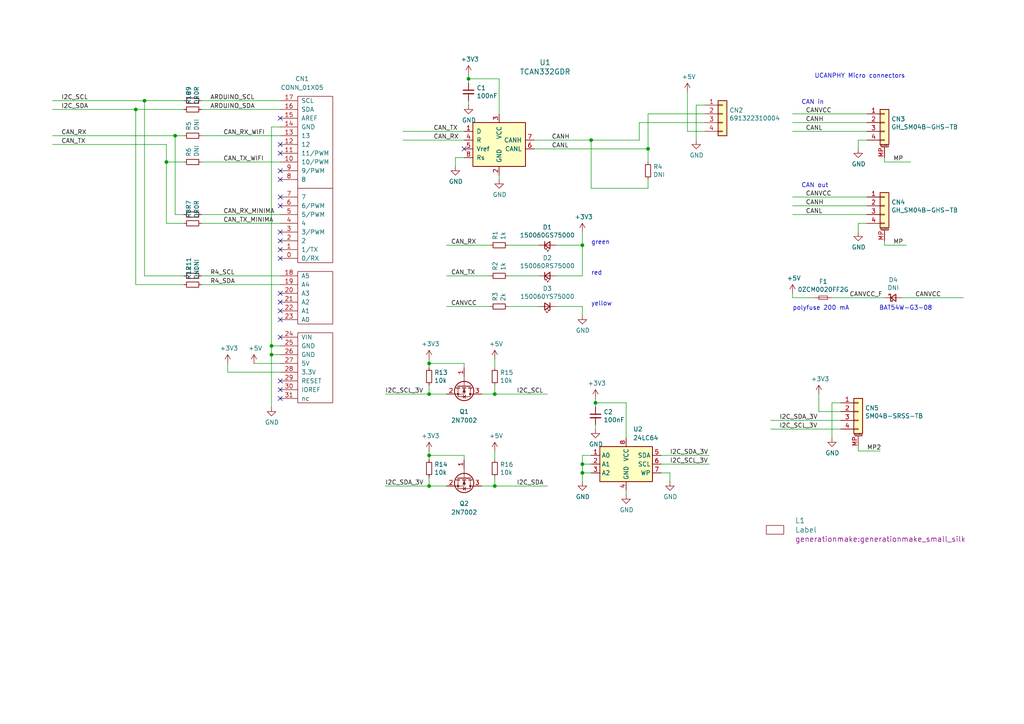
<source format=kicad_sch>
(kicad_sch (version 20211123) (generator eeschema)
  (paper "A4")
  (title_block (title "R4CANAdapter") (date "2023-08-14") (rev "0.1") (company "generationmake"))
  (lib_symbols
    (symbol "Connector_Generic:Conn_01x04" (pin_names (offset 1.016) hide)
      (property "Reference" "J" (at 0 5.08 0))
      (property "Value" "Conn_01x04" (at 0 -7.62 0))
      (symbol "Conn_01x04_1_1"
        (rectangle (start -1.27 -4.953) (end 0 -5.207) (stroke (width 0.1524)))
        (rectangle (start -1.27 -2.413) (end 0 -2.667) (stroke (width 0.1524)))
        (rectangle (start -1.27 0.127) (end 0 -0.127) (stroke (width 0.1524)))
        (rectangle (start -1.27 2.667) (end 0 2.413) (stroke (width 0.1524)))
        (rectangle (start -1.27 3.81) (end 1.27 -6.35) (stroke (width 0.254)) (fill (type background)))
        (pin passive line (at -5.08 2.54 0) (length 3.81) (name "Pin_1") (number "1"))
        (pin passive line (at -5.08 0 0) (length 3.81) (name "Pin_2") (number "2"))
        (pin passive line (at -5.08 -2.54 0) (length 3.81) (name "Pin_3") (number "3"))
        (pin passive line (at -5.08 -5.08 0) (length 3.81) (name "Pin_4") (number "4"))
      )
    )
    (symbol "Connector_Generic_MountingPin:Conn_01x04_MountingPin" (pin_names (offset 1.016) hide)
      (property "Reference" "J" (at 0 5.08 0))
      (property "Value" "Conn_01x04_MountingPin" (at 1.27 -7.62 0))
      (symbol "Conn_01x04_MountingPin_1_1"
        (rectangle (start -1.27 -4.953) (end 0 -5.207) (stroke (width 0.1524)))
        (rectangle (start -1.27 -2.413) (end 0 -2.667) (stroke (width 0.1524)))
        (rectangle (start -1.27 0.127) (end 0 -0.127) (stroke (width 0.1524)))
        (rectangle (start -1.27 2.667) (end 0 2.413) (stroke (width 0.1524)))
        (rectangle (start -1.27 3.81) (end 1.27 -6.35) (stroke (width 0.254)) (fill (type background)))
        (polyline (pts (xy -1.016 -7.112) (xy 1.016 -7.112)) (stroke (width 0.1524)))
        (text "Mounting" (at 0 -6.731 0) (effects (font (size 0.381 0.381))))
        (pin passive line (at -5.08 2.54 0) (length 3.81) (name "Pin_1") (number "1"))
        (pin passive line (at -5.08 0 0) (length 3.81) (name "Pin_2") (number "2"))
        (pin passive line (at -5.08 -2.54 0) (length 3.81) (name "Pin_3") (number "3"))
        (pin passive line (at -5.08 -5.08 0) (length 3.81) (name "Pin_4") (number "4"))
        (pin passive line (at 0 -10.16 90) (length 3.048) (name "MountPin") (number "MP"))
      )
    )
    (symbol "Device:C_Small" (pin_numbers hide) (pin_names (offset 0.254) hide)
      (property "Reference" "C" (at 0.254 1.778 0))
      (property "Value" "C_Small" (at 0.254 -2.032 0))
      (symbol "C_Small_0_1"
        (polyline (pts (xy -1.524 -0.508) (xy 1.524 -0.508)) (stroke (width 0.3302)))
        (polyline (pts (xy -1.524 0.508) (xy 1.524 0.508)) (stroke (width 0.3048)))
      )
      (symbol "C_Small_1_1"
        (pin passive line (at 0 2.54 270) (length 2.032) (name "~") (number "1"))
        (pin passive line (at 0 -2.54 90) (length 2.032) (name "~") (number "2"))
      )
    )
    (symbol "Device:D_Schottky_Small" (pin_numbers hide) (pin_names (offset 0.254) hide)
      (property "Reference" "D" (at -1.27 2.032 0))
      (property "Value" "D_Schottky_Small" (at -7.112 -2.032 0))
      (symbol "D_Schottky_Small_0_1"
        (polyline (pts (xy -0.762 0) (xy 0.762 0)))
        (polyline (pts (xy 0.762 -1.016) (xy -0.762 0) (xy 0.762 1.016) (xy 0.762 -1.016)) (stroke (width 0.254)))
        (polyline (pts (xy -1.27 0.762) (xy -1.27 1.016) (xy -0.762 1.016) (xy -0.762 -1.016) (xy -0.254 -1.016) (xy -0.254 -0.762)) (stroke (width 0.254)))
      )
      (symbol "D_Schottky_Small_1_1"
        (pin passive line (at -2.54 0 0) (length 1.778) (name "K") (number "1"))
        (pin passive line (at 2.54 0 180) (length 1.778) (name "A") (number "2"))
      )
    )
    (symbol "Device:Fuse_Small" (pin_numbers hide) (pin_names (offset 0.254) hide)
      (property "Reference" "F" (at 0 -1.524 0))
      (property "Value" "Fuse_Small" (at 0 1.524 0))
      (symbol "Fuse_Small_0_1"
        (rectangle (start -1.27 0.508) (end 1.27 -0.508))
        (polyline (pts (xy -1.27 0) (xy 1.27 0)))
      )
      (symbol "Fuse_Small_1_1"
        (pin passive line (at -2.54 0 0) (length 1.27) (name "~") (number "1"))
        (pin passive line (at 2.54 0 180) (length 1.27) (name "~") (number "2"))
      )
    )
    (symbol "Device:LED_Small" (pin_numbers hide) (pin_names (offset 0.254) hide)
      (property "Reference" "D" (at -1.27 3.175 0))
      (property "Value" "LED_Small" (at -4.445 -2.54 0))
      (symbol "LED_Small_0_1"
        (polyline (pts (xy -0.762 -1.016) (xy -0.762 1.016)) (stroke (width 0.254)))
        (polyline (pts (xy 1.016 0) (xy -0.762 0)))
        (polyline (pts (xy 0.762 -1.016) (xy -0.762 0) (xy 0.762 1.016) (xy 0.762 -1.016)) (stroke (width 0.254)))
        (polyline (pts (xy 0 0.762) (xy -0.508 1.27) (xy -0.254 1.27) (xy -0.508 1.27) (xy -0.508 1.016)))
        (polyline (pts (xy 0.508 1.27) (xy 0 1.778) (xy 0.254 1.778) (xy 0 1.778) (xy 0 1.524)))
      )
      (symbol "LED_Small_1_1"
        (pin passive line (at -2.54 0 0) (length 1.778) (name "K") (number "1"))
        (pin passive line (at 2.54 0 180) (length 1.778) (name "A") (number "2"))
      )
    )
    (symbol "Device:Q_NMOS_GSD" (pin_names (offset 0) hide)
      (property "Reference" "Q" (at 5.08 1.27 0))
      (property "Value" "Q_NMOS_GSD" (at 5.08 -1.27 0))
      (symbol "Q_NMOS_GSD_0_1"
        (polyline (pts (xy 0.254 0) (xy -2.54 0)))
        (polyline (pts (xy 0.254 1.905) (xy 0.254 -1.905)) (stroke (width 0.254)))
        (polyline (pts (xy 0.762 -1.27) (xy 0.762 -2.286)) (stroke (width 0.254)))
        (polyline (pts (xy 0.762 0.508) (xy 0.762 -0.508)) (stroke (width 0.254)))
        (polyline (pts (xy 0.762 2.286) (xy 0.762 1.27)) (stroke (width 0.254)))
        (polyline (pts (xy 2.54 2.54) (xy 2.54 1.778)))
        (polyline (pts (xy 2.54 -2.54) (xy 2.54 0) (xy 0.762 0)))
        (polyline (pts (xy 0.762 -1.778) (xy 3.302 -1.778) (xy 3.302 1.778) (xy 0.762 1.778)))
        (polyline (pts (xy 1.016 0) (xy 2.032 0.381) (xy 2.032 -0.381) (xy 1.016 0)) (fill (type outline)))
        (polyline (pts (xy 2.794 0.508) (xy 2.921 0.381) (xy 3.683 0.381) (xy 3.81 0.254)))
        (polyline (pts (xy 3.302 0.381) (xy 2.921 -0.254) (xy 3.683 -0.254) (xy 3.302 0.381)))
        (circle (center 1.651 0) (radius 2.794) (stroke (width 0.254)))
        (circle (center 2.54 -1.778) (radius 0.254) (fill (type outline)))
        (circle (center 2.54 1.778) (radius 0.254) (fill (type outline)))
      )
      (symbol "Q_NMOS_GSD_1_1"
        (pin input line (at -5.08 0 0) (length 2.54) (name "G") (number "1"))
        (pin passive line (at 2.54 -5.08 90) (length 2.54) (name "S") (number "2"))
        (pin passive line (at 2.54 5.08 270) (length 2.54) (name "D") (number "3"))
      )
    )
    (symbol "Device:R_Small" (pin_numbers hide) (pin_names (offset 0.254) hide)
      (property "Reference" "R" (at 0.762 0.508 0))
      (property "Value" "R_Small" (at 0.762 -1.016 0))
      (symbol "R_Small_0_1"
        (rectangle (start -0.762 1.778) (end 0.762 -1.778) (stroke (width 0.2032)))
      )
      (symbol "R_Small_1_1"
        (pin passive line (at 0 2.54 270) (length 0.762) (name "~") (number "1"))
        (pin passive line (at 0 -2.54 90) (length 0.762) (name "~") (number "2"))
      )
    )
    (symbol "Interface_CAN_LIN:SN65HVD230" (pin_names (offset 1.016))
      (property "Reference" "U" (at -2.54 10.16 0))
      (property "Value" "SN65HVD230" (at -2.54 7.62 0))
      (symbol "SN65HVD230_0_1"
        (rectangle (start -7.62 5.08) (end 7.62 -7.62) (stroke (width 0.254)) (fill (type background)))
      )
      (symbol "SN65HVD230_1_1"
        (pin input line (at -10.16 2.54 0) (length 2.54) (name "D") (number "1"))
        (pin power_in line (at 0 -10.16 90) (length 2.54) (name "GND") (number "2"))
        (pin power_in line (at 0 7.62 270) (length 2.54) (name "VCC") (number "3"))
        (pin output line (at -10.16 0 0) (length 2.54) (name "R") (number "4"))
        (pin output line (at -10.16 -2.54 0) (length 2.54) (name "Vref") (number "5"))
        (pin bidirectional line (at 10.16 -2.54 180) (length 2.54) (name "CANL") (number "6"))
        (pin bidirectional line (at 10.16 0 180) (length 2.54) (name "CANH") (number "7"))
        (pin input line (at -10.16 -5.08 0) (length 2.54) (name "Rs") (number "8"))
      )
    )
    (symbol "Memory_EEPROM:24LC64"
      (property "Reference" "U" (at -6.35 6.35 0))
      (property "Value" "24LC64" (at 1.27 6.35 0))
      (symbol "24LC64_1_1"
        (rectangle (start -7.62 5.08) (end 7.62 -5.08) (stroke (width 0.254)) (fill (type background)))
        (pin input line (at -10.16 2.54 0) (length 2.54) (name "A0") (number "1"))
        (pin input line (at -10.16 0 0) (length 2.54) (name "A1") (number "2"))
        (pin input line (at -10.16 -2.54 0) (length 2.54) (name "A2") (number "3"))
        (pin power_in line (at 0 -7.62 90) (length 2.54) (name "GND") (number "4"))
        (pin bidirectional line (at 10.16 2.54 180) (length 2.54) (name "SDA") (number "5"))
        (pin input line (at 10.16 0 180) (length 2.54) (name "SCL") (number "6"))
        (pin input line (at 10.16 -2.54 180) (length 2.54) (name "WP") (number "7"))
        (pin power_in line (at 0 7.62 270) (length 2.54) (name "VCC") (number "8"))
      )
    )
    (symbol "generationmake:ARDUINO" (pin_names (offset 1.016))
      (property "Reference" "CN" (at 2.54 44.45 0))
      (property "Value" "ARDUINO" (at 5.08 -46.99 0))
      (symbol "ARDUINO_0_1"
        (rectangle (start 0 -25.4) (end 10.16 -45.72))
        (rectangle (start 0 -7.62) (end 10.16 -22.86))
        (rectangle (start 0 16.51) (end 10.16 -5.08))
        (rectangle (start 0 16.51) (end 10.16 43.18))
      )
      (symbol "ARDUINO_1_1"
        (pin input line (at -5.08 -3.81 0) (length 5.08) (name "0/RX") (number "0"))
        (pin input line (at -5.08 -1.27 0) (length 5.08) (name "1/TX") (number "1"))
        (pin input line (at -5.08 24.13 0) (length 5.08) (name "10/PWM") (number "10"))
        (pin input line (at -5.08 26.67 0) (length 5.08) (name "11/PWM") (number "11"))
        (pin input line (at -5.08 29.21 0) (length 5.08) (name "12") (number "12"))
        (pin input line (at -5.08 31.75 0) (length 5.08) (name "13") (number "13"))
        (pin input line (at -5.08 34.29 0) (length 5.08) (name "GND") (number "14"))
        (pin input line (at -5.08 36.83 0) (length 5.08) (name "AREF") (number "15"))
        (pin input line (at -5.08 39.37 0) (length 5.08) (name "SDA") (number "16"))
        (pin input line (at -5.08 41.91 0) (length 5.08) (name "SCL") (number "17"))
        (pin input line (at -5.08 -8.89 0) (length 5.08) (name "A5") (number "18"))
        (pin input line (at -5.08 -11.43 0) (length 5.08) (name "A4") (number "19"))
        (pin input line (at -5.08 1.27 0) (length 5.08) (name "2") (number "2"))
        (pin input line (at -5.08 -13.97 0) (length 5.08) (name "A3") (number "20"))
        (pin input line (at -5.08 -16.51 0) (length 5.08) (name "A2") (number "21"))
        (pin input line (at -5.08 -19.05 0) (length 5.08) (name "A1") (number "22"))
        (pin input line (at -5.08 -21.59 0) (length 5.08) (name "A0") (number "23"))
        (pin input line (at -5.08 -26.67 0) (length 5.08) (name "VIN") (number "24"))
        (pin input line (at -5.08 -29.21 0) (length 5.08) (name "GND") (number "25"))
        (pin input line (at -5.08 -31.75 0) (length 5.08) (name "GND") (number "26"))
        (pin input line (at -5.08 -34.29 0) (length 5.08) (name "5V") (number "27"))
        (pin input line (at -5.08 -36.83 0) (length 5.08) (name "3.3V") (number "28"))
        (pin input line (at -5.08 -39.37 0) (length 5.08) (name "RESET") (number "29"))
        (pin input line (at -5.08 3.81 0) (length 5.08) (name "3/PWM") (number "3"))
        (pin input line (at -5.08 -41.91 0) (length 5.08) (name "IOREF") (number "30"))
        (pin input line (at -5.08 -44.45 0) (length 5.08) (name "nc") (number "31"))
        (pin input line (at -5.08 6.35 0) (length 5.08) (name "4") (number "4"))
        (pin input line (at -5.08 8.89 0) (length 5.08) (name "5/PWM") (number "5"))
        (pin input line (at -5.08 11.43 0) (length 5.08) (name "6/PWM") (number "6"))
        (pin input line (at -5.08 13.97 0) (length 5.08) (name "7") (number "7"))
        (pin input line (at -5.08 19.05 0) (length 5.08) (name "8") (number "8"))
        (pin input line (at -5.08 21.59 0) (length 5.08) (name "9/PWM") (number "9"))
      )
    )
    (symbol "generationmake:Label"
      (property "Reference" "L" (at 0 0 0))
      (property "Value" "Label" (at 0 0 0))
      (symbol "Label_0_1"
        (rectangle (start -2.54 1.27) (end 2.54 -1.27))
      )
    )
    (symbol "power:+3V3" (power) (pin_names (offset 0))
      (property "Value" "+3V3" (at 0 3.556 0))
      (symbol "+3V3_0_1"
        (polyline (pts (xy -0.762 1.27) (xy 0 2.54)))
        (polyline (pts (xy 0 0) (xy 0 2.54)))
        (polyline (pts (xy 0 2.54) (xy 0.762 1.27)))
      )
      (symbol "+3V3_1_1"
        (pin power_in line (at 0 0 90) (length 0) hide (name "+3V3") (number "1"))
      )
    )
    (symbol "power:+5V" (power) (pin_names (offset 0))
      (property "Value" "+5V" (at 0 3.556 0))
      (symbol "+5V_0_1"
        (polyline (pts (xy -0.762 1.27) (xy 0 2.54)))
        (polyline (pts (xy 0 0) (xy 0 2.54)))
        (polyline (pts (xy 0 2.54) (xy 0.762 1.27)))
      )
      (symbol "+5V_1_1"
        (pin power_in line (at 0 0 90) (length 0) hide (name "+5V") (number "1"))
      )
    )
    (symbol "power:GND" (power) (pin_names (offset 0))
      (property "Value" "GND" (at 0 -3.81 0))
      (symbol "GND_0_1"
        (polyline (pts (xy 0 0) (xy 0 -1.27) (xy 1.27 -1.27) (xy 0 -2.54) (xy -1.27 -1.27) (xy 0 -1.27)))
      )
      (symbol "GND_1_1"
        (pin power_in line (at 0 0 270) (length 0) hide (name "GND") (number "1"))
      )
    )
  )
  (junction (at 78.74 102.87))
  (junction (at 168.91 137.16))
  (junction (at 39.37 31.75))
  (junction (at 143.51 140.97))
  (junction (at 124.46 140.97))
  (junction (at 168.91 71.12))
  (junction (at 143.51 114.3))
  (junction (at 187.96 43.18))
  (junction (at 168.91 134.62))
  (junction (at 135.89 22.86))
  (junction (at 78.74 100.33))
  (junction (at 171.45 40.64))
  (junction (at 172.72 116.84))
  (junction (at 50.8 39.37))
  (junction (at 48.26 46.99))
  (junction (at 124.46 105.41))
  (junction (at 124.46 132.08))
  (junction (at 124.46 114.3))
  (junction (at 41.91 29.21))
  (no_connect (at 81.28 59.69))
  (no_connect (at 81.28 34.29))
  (no_connect (at 81.28 90.17))
  (no_connect (at 81.28 57.15))
  (no_connect (at 81.28 41.91))
  (no_connect (at 81.28 67.31))
  (no_connect (at 81.28 97.79))
  (no_connect (at 81.28 49.53))
  (no_connect (at 81.28 44.45))
  (no_connect (at 81.28 85.09))
  (no_connect (at 81.28 87.63))
  (no_connect (at 81.28 92.71))
  (no_connect (at 134.62 43.18))
  (no_connect (at 81.28 72.39))
  (no_connect (at 81.28 115.57))
  (no_connect (at 81.28 113.03))
  (no_connect (at 81.28 69.85))
  (no_connect (at 81.28 52.07))
  (no_connect (at 81.28 110.49))
  (no_connect (at 81.28 74.93))
  (wire (pts (xy 135.89 22.86) (xy 144.78 22.86)))
  (wire (pts (xy 172.72 116.84) (xy 172.72 118.11)))
  (wire (pts (xy 168.91 137.16) (xy 171.45 137.16)))
  (wire (pts (xy 116.84 38.1) (xy 134.62 38.1)))
  (wire (pts (xy 168.91 88.9) (xy 168.91 91.44)))
  (wire (pts (xy 191.77 137.16) (xy 194.31 137.16)))
  (wire (pts (xy 15.24 31.75) (xy 39.37 31.75)))
  (wire (pts (xy 243.84 119.38) (xy 237.49 119.38)))
  (wire (pts (xy 204.47 38.1) (xy 199.39 38.1)))
  (wire (pts (xy 111.76 140.97) (xy 124.46 140.97)))
  (wire (pts (xy 81.28 100.33) (xy 78.74 100.33)))
  (wire (pts (xy 279.4 86.36) (xy 261.62 86.36)))
  (wire (pts (xy 143.51 138.43) (xy 143.51 140.97)))
  (wire (pts (xy 256.54 46.99) (xy 256.54 45.72)))
  (wire (pts (xy 58.42 80.01) (xy 81.28 80.01)))
  (wire (pts (xy 154.94 43.18) (xy 187.96 43.18)))
  (wire (pts (xy 134.62 45.72) (xy 132.08 45.72)))
  (wire (pts (xy 135.89 22.86) (xy 135.89 24.13)))
  (wire (pts (xy 161.29 88.9) (xy 168.91 88.9)))
  (wire (pts (xy 124.46 111.76) (xy 124.46 114.3)))
  (wire (pts (xy 48.26 46.99) (xy 48.26 64.77)))
  (wire (pts (xy 58.42 31.75) (xy 81.28 31.75)))
  (wire (pts (xy 187.96 52.07) (xy 187.96 54.61)))
  (wire (pts (xy 185.42 35.56) (xy 204.47 35.56)))
  (wire (pts (xy 147.32 71.12) (xy 156.21 71.12)))
  (wire (pts (xy 185.42 40.64) (xy 185.42 35.56)))
  (wire (pts (xy 116.84 40.64) (xy 134.62 40.64)))
  (wire (pts (xy 171.45 40.64) (xy 171.45 54.61)))
  (wire (pts (xy 48.26 64.77) (xy 53.34 64.77)))
  (wire (pts (xy 251.46 64.77) (xy 248.92 64.77)))
  (wire (pts (xy 73.66 105.41) (xy 81.28 105.41)))
  (wire (pts (xy 161.29 71.12) (xy 168.91 71.12)))
  (wire (pts (xy 143.51 130.81) (xy 143.51 133.35)))
  (wire (pts (xy 199.39 38.1) (xy 199.39 26.67)))
  (wire (pts (xy 248.92 130.81) (xy 248.92 129.54)))
  (wire (pts (xy 229.87 33.02) (xy 251.46 33.02)))
  (wire (pts (xy 58.42 46.99) (xy 81.28 46.99)))
  (wire (pts (xy 256.54 71.12) (xy 256.54 69.85)))
  (wire (pts (xy 48.26 46.99) (xy 53.34 46.99)))
  (wire (pts (xy 50.8 39.37) (xy 50.8 62.23)))
  (wire (pts (xy 58.42 62.23) (xy 81.28 62.23)))
  (wire (pts (xy 187.96 43.18) (xy 187.96 33.02)))
  (wire (pts (xy 129.54 71.12) (xy 142.24 71.12)))
  (wire (pts (xy 201.93 30.48) (xy 201.93 40.64)))
  (wire (pts (xy 229.87 57.15) (xy 251.46 57.15)))
  (wire (pts (xy 264.16 46.99) (xy 256.54 46.99)))
  (wire (pts (xy 41.91 80.01) (xy 41.91 29.21)))
  (wire (pts (xy 39.37 82.55) (xy 53.34 82.55)))
  (wire (pts (xy 134.62 106.68) (xy 134.62 105.41)))
  (wire (pts (xy 135.89 29.21) (xy 135.89 30.48)))
  (wire (pts (xy 143.51 140.97) (xy 158.75 140.97)))
  (wire (pts (xy 147.32 80.01) (xy 156.21 80.01)))
  (wire (pts (xy 172.72 116.84) (xy 181.61 116.84)))
  (wire (pts (xy 78.74 36.83) (xy 78.74 100.33)))
  (wire (pts (xy 124.46 104.14) (xy 124.46 105.41)))
  (wire (pts (xy 248.92 40.64) (xy 248.92 43.18)))
  (wire (pts (xy 132.08 45.72) (xy 132.08 48.26)))
  (wire (pts (xy 262.89 71.12) (xy 256.54 71.12)))
  (wire (pts (xy 168.91 71.12) (xy 168.91 67.31)))
  (wire (pts (xy 241.3 116.84) (xy 241.3 127)))
  (wire (pts (xy 187.96 33.02) (xy 204.47 33.02)))
  (wire (pts (xy 187.96 54.61) (xy 171.45 54.61)))
  (wire (pts (xy 168.91 132.08) (xy 168.91 134.62)))
  (wire (pts (xy 124.46 114.3) (xy 129.54 114.3)))
  (wire (pts (xy 124.46 132.08) (xy 134.62 132.08)))
  (wire (pts (xy 194.31 137.16) (xy 194.31 139.7)))
  (wire (pts (xy 229.87 62.23) (xy 251.46 62.23)))
  (wire (pts (xy 229.87 86.36) (xy 236.22 86.36)))
  (wire (pts (xy 58.42 29.21) (xy 81.28 29.21)))
  (wire (pts (xy 111.76 114.3) (xy 124.46 114.3)))
  (wire (pts (xy 15.24 39.37) (xy 50.8 39.37)))
  (wire (pts (xy 50.8 62.23) (xy 53.34 62.23)))
  (wire (pts (xy 81.28 107.95) (xy 66.04 107.95)))
  (wire (pts (xy 124.46 130.81) (xy 124.46 132.08)))
  (wire (pts (xy 124.46 132.08) (xy 124.46 133.35)))
  (wire (pts (xy 129.54 88.9) (xy 142.24 88.9)))
  (wire (pts (xy 154.94 40.64) (xy 171.45 40.64)))
  (wire (pts (xy 124.46 105.41) (xy 124.46 106.68)))
  (wire (pts (xy 78.74 102.87) (xy 81.28 102.87)))
  (wire (pts (xy 237.49 119.38) (xy 237.49 114.3)))
  (wire (pts (xy 124.46 138.43) (xy 124.46 140.97)))
  (wire (pts (xy 144.78 22.86) (xy 144.78 33.02)))
  (wire (pts (xy 172.72 123.19) (xy 172.72 124.46)))
  (wire (pts (xy 241.3 86.36) (xy 256.54 86.36)))
  (wire (pts (xy 78.74 100.33) (xy 78.74 102.87)))
  (wire (pts (xy 255.27 130.81) (xy 248.92 130.81)))
  (wire (pts (xy 223.52 121.92) (xy 243.84 121.92)))
  (wire (pts (xy 143.51 104.14) (xy 143.51 106.68)))
  (wire (pts (xy 41.91 29.21) (xy 53.34 29.21)))
  (wire (pts (xy 81.28 36.83) (xy 78.74 36.83)))
  (wire (pts (xy 229.87 35.56) (xy 251.46 35.56)))
  (wire (pts (xy 181.61 142.24) (xy 181.61 143.51)))
  (wire (pts (xy 135.89 21.59) (xy 135.89 22.86)))
  (wire (pts (xy 124.46 105.41) (xy 134.62 105.41)))
  (wire (pts (xy 58.42 82.55) (xy 81.28 82.55)))
  (wire (pts (xy 58.42 39.37) (xy 81.28 39.37)))
  (wire (pts (xy 139.7 114.3) (xy 143.51 114.3)))
  (wire (pts (xy 243.84 116.84) (xy 241.3 116.84)))
  (wire (pts (xy 168.91 134.62) (xy 168.91 137.16)))
  (wire (pts (xy 191.77 132.08) (xy 205.74 132.08)))
  (wire (pts (xy 229.87 86.36) (xy 229.87 85.09)))
  (wire (pts (xy 171.45 40.64) (xy 185.42 40.64)))
  (wire (pts (xy 168.91 134.62) (xy 171.45 134.62)))
  (wire (pts (xy 161.29 80.01) (xy 168.91 80.01)))
  (wire (pts (xy 223.52 124.46) (xy 243.84 124.46)))
  (wire (pts (xy 66.04 107.95) (xy 66.04 105.41)))
  (wire (pts (xy 171.45 132.08) (xy 168.91 132.08)))
  (wire (pts (xy 248.92 64.77) (xy 248.92 67.31)))
  (wire (pts (xy 172.72 115.57) (xy 172.72 116.84)))
  (wire (pts (xy 143.51 111.76) (xy 143.51 114.3)))
  (wire (pts (xy 229.87 38.1) (xy 251.46 38.1)))
  (wire (pts (xy 251.46 40.64) (xy 248.92 40.64)))
  (wire (pts (xy 41.91 80.01) (xy 53.34 80.01)))
  (wire (pts (xy 78.74 102.87) (xy 78.74 118.11)))
  (wire (pts (xy 139.7 140.97) (xy 143.51 140.97)))
  (wire (pts (xy 15.24 41.91) (xy 48.26 41.91)))
  (wire (pts (xy 229.87 59.69) (xy 251.46 59.69)))
  (wire (pts (xy 58.42 64.77) (xy 81.28 64.77)))
  (wire (pts (xy 134.62 133.35) (xy 134.62 132.08)))
  (wire (pts (xy 147.32 88.9) (xy 156.21 88.9)))
  (wire (pts (xy 48.26 41.91) (xy 48.26 46.99)))
  (wire (pts (xy 129.54 80.01) (xy 142.24 80.01)))
  (wire (pts (xy 204.47 30.48) (xy 201.93 30.48)))
  (wire (pts (xy 39.37 82.55) (xy 39.37 31.75)))
  (wire (pts (xy 124.46 140.97) (xy 129.54 140.97)))
  (wire (pts (xy 144.78 50.8) (xy 144.78 52.07)))
  (wire (pts (xy 39.37 31.75) (xy 53.34 31.75)))
  (wire (pts (xy 181.61 116.84) (xy 181.61 127)))
  (wire (pts (xy 168.91 137.16) (xy 168.91 139.7)))
  (wire (pts (xy 168.91 71.12) (xy 168.91 80.01)))
  (wire (pts (xy 50.8 39.37) (xy 53.34 39.37)))
  (wire (pts (xy 15.24 29.21) (xy 41.91 29.21)))
  (wire (pts (xy 191.77 134.62) (xy 205.74 134.62)))
  (wire (pts (xy 143.51 114.3) (xy 158.75 114.3)))
  (wire (pts (xy 187.96 46.99) (xy 187.96 43.18)))
  (text "CAN out" (at 232.41 54.61 0) (effects (font (size 1.27 1.27)) (justify left bottom)))
  (text "polyfuse 200 mA" (at 229.87 90.17 0) (effects (font (size 1.27 1.27)) (justify left bottom)))
  (text "CAN in" (at 232.41 30.48 0) (effects (font (size 1.27 1.27)) (justify left bottom)))
  (text "yellow" (at 171.45 88.9 0) (effects (font (size 1.27 1.27)) (justify left bottom)))
  (text "red" (at 171.45 80.01 0) (effects (font (size 1.27 1.27)) (justify left bottom)))
  (text "UCANPHY Micro connectors" (at 236.22 22.86 0) (effects (font (size 1.27 1.27)) (justify left bottom)))
  (text " BAT54W-G3-08" (at 254 90.17 0) (effects (font (size 1.27 1.27)) (justify left bottom)))
  (text "green" (at 171.45 71.12 0) (effects (font (size 1.27 1.27)) (justify left bottom)))
  (label "CANL" (at 233.68 62.23 0))
  (label "CAN_TX" (at 130.81 80.01 0))
  (label "CANVCC" (at 130.81 88.9 0))
  (label "CANVCC" (at 265.43 86.36 0))
  (label "I2C_SDA_3V" (at 226.06 121.92 0))
  (label "CAN_TX_MINIMA" (at 64.77 64.77 0))
  (label "CAN_TX" (at 17.78 41.91 0))
  (label "MP2" (at 251.46 130.81 0))
  (label "CANL" (at 160.02 43.18 0))
  (label "CANVCC" (at 233.68 57.15 0))
  (label "I2C_SDA" (at 149.86 140.97 0))
  (label "CANH" (at 160.02 40.64 0))
  (label "I2C_SCL" (at 17.78 29.21 0))
  (label "CAN_RX" (at 17.78 39.37 0))
  (label "CAN_RX_MINIMA" (at 64.77 62.23 0))
  (label "I2C_SDA" (at 17.78 31.75 0))
  (label "CANVCC_F" (at 246.38 86.36 0))
  (label "CAN_TX" (at 125.73 38.1 0))
  (label "R4_SCL" (at 60.96 80.01 0))
  (label "CANH" (at 233.68 35.56 0))
  (label "I2C_SDA_3V" (at 111.76 140.97 0))
  (label "I2C_SCL" (at 149.86 114.3 0))
  (label "CANH" (at 233.68 59.69 0))
  (label "R4_SDA" (at 60.96 82.55 0))
  (label "MP" (at 259.08 46.99 0))
  (label "I2C_SCL_3V" (at 226.06 124.46 0))
  (label "MP" (at 259.08 71.12 0))
  (label "CAN_RX" (at 125.73 40.64 0))
  (label "ARDUINO_SDA" (at 60.96 31.75 0))
  (label "CAN_RX" (at 130.81 71.12 0))
  (label "I2C_SDA_3V" (at 194.31 132.08 0))
  (label "CANL" (at 233.68 38.1 0))
  (label "I2C_SCL_3V" (at 194.31 134.62 0))
  (label "CAN_TX_WIFI" (at 64.77 46.99 0))
  (label "CAN_RX_WIFI" (at 64.77 39.37 0))
  (label "CANVCC" (at 233.68 33.02 0))
  (label "I2C_SCL_3V" (at 111.76 114.3 0))
  (label "ARDUINO_SCL" (at 60.96 29.21 0))
  (symbol (lib_id "Device:R_Small") (at 187.96 49.53 0) (unit 1)
    (property "Reference" "R4" (at 189.4586 48.3616 0) (effects (justify left)))
    (property "Value" "DNI" (at 189.4586 50.673 0) (effects (justify left)))
    (property "Footprint" "Resistor_SMD:R_0603_1608Metric" (effects hide))
  )
  (symbol (lib_id "Interface_CAN_LIN:SN65HVD230") (at 144.78 40.64 0) (unit 1)
    (property "Reference" "U1" (at 158.115 18.1102 0) (effects (font (size 1.524 1.524))))
    (property "Value" "TCAN332GDR" (at 158.115 20.8026 0) (effects (font (size 1.524 1.524))))
    (property "Footprint" "Package_SO:SO-8_3.9x4.9mm_P1.27mm" (effects hide))
  )
  (symbol (lib_id "Connector_Generic:Conn_01x04") (at 209.55 33.02 0) (unit 1)
    (property "Reference" "CN2" (at 211.5312 31.9786 0) (effects (justify left)))
    (property "Value" "691322310004" (at 211.5312 34.29 0) (effects (justify left)))
    (property "Footprint" "CON_wuerth:WR-TBL_691322310004" (effects hide))
  )
  (symbol (lib_id "Device:C_Small") (at 135.89 26.67 0) (unit 1)
    (property "Reference" "C1" (at 138.2268 25.5016 0) (effects (justify left)))
    (property "Value" "100nF" (at 138.2268 27.813 0) (effects (justify left)))
    (property "Footprint" "Capacitor_SMD:C_0603_1608Metric" (effects hide))
  )
  (symbol (lib_id "power:+3V3") (at 135.89 21.59 0) (unit 1)
    (property "Reference" "#PWR04" (effects hide))
    (property "Value" "+3V3" (at 136.271 17.1958 0))
  )
  (symbol (lib_id "power:GND") (at 135.89 30.48 0) (unit 1)
    (property "Reference" "#PWR05" (effects hide))
    (property "Value" "GND" (at 136.017 34.8742 0))
  )
  (symbol (lib_id "power:GND") (at 132.08 48.26 0) (unit 1)
    (property "Reference" "#PWR06" (effects hide))
    (property "Value" "GND" (at 132.207 52.6542 0))
  )
  (symbol (lib_id "power:GND") (at 201.93 40.64 0) (unit 1)
    (property "Reference" "#PWR09" (effects hide))
    (property "Value" "GND" (at 202.057 45.0342 0))
  )
  (symbol (lib_id "Connector_Generic_MountingPin:Conn_01x04_MountingPin") (at 256.54 35.56 0) (unit 1)
    (property "Reference" "CN3" (at 258.5212 34.5186 0) (effects (justify left)))
    (property "Value" "GH_SM04B-GHS-TB" (at 258.5212 36.83 0) (effects (justify left)))
    (property "Footprint" "Connector_JST:JST_GH_SM04B-GHS-TB_1x04-1MP_P1.25mm_Horizontal" (effects hide))
  )
  (symbol (lib_id "power:GND") (at 248.92 43.18 0) (unit 1)
    (property "Reference" "#PWR011" (effects hide))
    (property "Value" "GND" (at 249.047 47.5742 0))
  )
  (symbol (lib_id "Connector_Generic_MountingPin:Conn_01x04_MountingPin") (at 256.54 59.69 0) (unit 1)
    (property "Reference" "CN4" (at 258.5212 58.6486 0) (effects (justify left)))
    (property "Value" "GH_SM04B-GHS-TB" (at 258.5212 60.96 0) (effects (justify left)))
    (property "Footprint" "Connector_JST:JST_GH_SM04B-GHS-TB_1x04-1MP_P1.25mm_Horizontal" (effects hide))
  )
  (symbol (lib_id "power:GND") (at 248.92 67.31 0) (unit 1)
    (property "Reference" "#PWR012" (effects hide))
    (property "Value" "GND" (at 249.047 71.7042 0))
  )
  (symbol (lib_id "Device:D_Schottky_Small") (at 259.08 86.36 0) (unit 1)
    (property "Reference" "D4" (at 259.08 81.153 0))
    (property "Value" "DNI" (at 259.08 83.4644 0))
    (property "Footprint" "Diode_SMD:D_SOD-123" (effects hide))
  )
  (symbol (lib_id "power:+5V") (at 229.87 85.09 0) (unit 1)
    (property "Reference" "#PWR010" (effects hide))
    (property "Value" "+5V" (at 230.251 80.6958 0))
  )
  (symbol (lib_id "generationmake:Label") (at 224.79 153.67 0) (unit 1)
    (property "Reference" "L1" (at 230.5812 150.9776 0) (effects (font (size 1.524 1.524)) (justify left)))
    (property "Value" "Label" (at 230.5812 153.67 0) (effects (font (size 1.524 1.524)) (justify left)))
    (property "Footprint" "generationmake:generationmake_small_silk" (at 230.5812 156.3624 0) (effects (font (size 1.524 1.524)) (justify left)))
  )
  (symbol (lib_id "power:+5V") (at 199.39 26.67 0) (unit 1)
    (property "Reference" "#PWR08" (effects hide))
    (property "Value" "+5V" (at 199.771 22.2758 0))
  )
  (symbol (lib_id "Device:Fuse_Small") (at 238.76 86.36 0) (unit 1)
    (property "Reference" "F1" (at 238.76 81.661 0))
    (property "Value" "0ZCM0020FF2G" (at 238.76 83.9724 0))
    (property "Footprint" "Resistor_SMD:R_0603_1608Metric" (effects hide))
  )
  (symbol (lib_id "Device:LED_Small") (at 158.75 71.12 0) (mirror x) (unit 1)
    (property "Reference" "D1" (at 158.75 65.913 0))
    (property "Value" "150060GS75000" (at 158.75 68.2244 0))
    (property "Footprint" "LED_SMD:LED_0603_1608Metric" (effects hide))
  )
  (symbol (lib_id "Device:R_Small") (at 144.78 71.12 90) (unit 1)
    (property "Reference" "R1" (at 143.6116 69.6214 0) (effects (justify left)))
    (property "Value" "1k" (at 145.923 69.6214 0) (effects (justify left)))
    (property "Footprint" "Resistor_SMD:R_0603_1608Metric" (effects hide))
  )
  (symbol (lib_id "Device:LED_Small") (at 158.75 80.01 0) (mirror x) (unit 1)
    (property "Reference" "D2" (at 158.75 74.803 0))
    (property "Value" "150060RS75000" (at 158.75 77.1144 0))
    (property "Footprint" "LED_SMD:LED_0603_1608Metric" (effects hide))
  )
  (symbol (lib_id "Device:R_Small") (at 144.78 80.01 90) (unit 1)
    (property "Reference" "R2" (at 143.6116 78.5114 0) (effects (justify left)))
    (property "Value" "1k" (at 145.923 78.5114 0) (effects (justify left)))
    (property "Footprint" "Resistor_SMD:R_0603_1608Metric" (effects hide))
  )
  (symbol (lib_id "Device:LED_Small") (at 158.75 88.9 180) (unit 1)
    (property "Reference" "D3" (at 158.75 83.693 0))
    (property "Value" "150060YS75000" (at 158.75 86.0044 0))
    (property "Footprint" "LED_SMD:LED_0603_1608Metric" (effects hide))
  )
  (symbol (lib_id "Device:R_Small") (at 144.78 88.9 90) (unit 1)
    (property "Reference" "R3" (at 143.6116 87.4014 0) (effects (justify left)))
    (property "Value" "2k" (at 145.923 87.4014 0) (effects (justify left)))
    (property "Footprint" "Resistor_SMD:R_0603_1608Metric" (effects hide))
  )
  (symbol (lib_id "power:GND") (at 168.91 91.44 0) (unit 1)
    (property "Reference" "#PWR07" (effects hide))
    (property "Value" "GND" (at 169.037 95.8342 0))
  )
  (symbol (lib_id "generationmake:ARDUINO") (at 86.36 71.12 0) (unit 1)
    (property "Reference" "CN1" (at 87.63 22.86 0))
    (property "Value" "CONN_01X05" (at 87.63 25.4 0))
    (property "Footprint" "generationmake:ARDUINO" (effects hide))
  )
  (symbol (lib_id "power:+3V3") (at 66.04 105.41 0) (unit 1)
    (property "Reference" "#PWR03" (effects hide))
    (property "Value" "+3V3" (at 66.421 101.0158 0))
  )
  (symbol (lib_id "power:+5V") (at 73.66 105.41 0) (unit 1)
    (property "Reference" "#PWR02" (effects hide))
    (property "Value" "+5V" (at 74.041 101.0158 0))
  )
  (symbol (lib_id "power:+3V3") (at 168.91 67.31 0) (unit 1)
    (property "Reference" "#PWR0101" (effects hide))
    (property "Value" "+3V3" (at 169.291 62.9158 0))
  )
  (symbol (lib_id "power:GND") (at 144.78 52.07 0) (unit 1)
    (property "Reference" "#PWR0102" (effects hide))
    (property "Value" "GND" (at 144.907 56.4642 0))
  )
  (symbol (lib_id "Device:R_Small") (at 55.88 82.55 90) (unit 1)
    (property "Reference" "R12" (at 54.7116 81.0514 0) (effects (justify left)))
    (property "Value" "DNI" (at 57.023 81.0514 0) (effects (justify left)))
    (property "Footprint" "Resistor_SMD:R_0603_1608Metric" (effects hide))
  )
  (symbol (lib_id "Device:R_Small") (at 124.46 109.22 0) (unit 1)
    (property "Reference" "R13" (at 125.9586 108.0516 0) (effects (justify left)))
    (property "Value" "10k" (at 125.9586 110.363 0) (effects (justify left)))
    (property "Footprint" "Resistor_SMD:R_0603_1608Metric" (effects hide))
  )
  (symbol (lib_id "Memory_EEPROM:24LC64") (at 181.61 134.62 0) (unit 1)
    (property "Reference" "U2" (at 183.6294 124.46 0) (effects (justify left)))
    (property "Value" "24LC64" (at 183.6294 127 0) (effects (justify left)))
    (property "Footprint" "Package_SO:SO-8_3.9x4.9mm_P1.27mm" (effects hide))
    (property "Datasheet" "http://ww1.microchip.com/downloads/en/DeviceDoc/21189f.pdf" (effects hide))
  )
  (symbol (lib_id "power:+3V3") (at 237.49 114.3 0) (unit 1)
    (property "Reference" "#PWR021" (effects hide))
    (property "Value" "+3V3" (at 237.871 109.9058 0))
  )
  (symbol (lib_id "power:+3V3") (at 124.46 104.14 0) (unit 1)
    (property "Reference" "#PWR01" (effects hide))
    (property "Value" "+3V3" (at 124.841 99.7458 0))
  )
  (symbol (lib_id "Device:R_Small") (at 55.88 46.99 90) (unit 1)
    (property "Reference" "R6" (at 54.7116 45.4914 0) (effects (justify left)))
    (property "Value" "DNI" (at 57.023 45.4914 0) (effects (justify left)))
    (property "Footprint" "Resistor_SMD:R_0603_1608Metric" (effects hide))
  )
  (symbol (lib_id "power:+3V3") (at 172.72 115.57 0) (unit 1)
    (property "Reference" "#PWR017" (effects hide))
    (property "Value" "+3V3" (at 173.101 111.1758 0))
  )
  (symbol (lib_id "Device:R_Small") (at 124.46 135.89 0) (unit 1)
    (property "Reference" "R14" (at 125.9586 134.7216 0) (effects (justify left)))
    (property "Value" "10k" (at 125.9586 137.033 0) (effects (justify left)))
    (property "Footprint" "Resistor_SMD:R_0603_1608Metric" (effects hide))
  )
  (symbol (lib_id "Device:R_Small") (at 143.51 135.89 0) (unit 1)
    (property "Reference" "R16" (at 145.0086 134.7216 0) (effects (justify left)))
    (property "Value" "10k" (at 145.0086 137.033 0) (effects (justify left)))
    (property "Footprint" "Resistor_SMD:R_0603_1608Metric" (effects hide))
  )
  (symbol (lib_id "power:GND") (at 172.72 124.46 0) (unit 1)
    (property "Reference" "#PWR018" (effects hide))
    (property "Value" "GND" (at 172.847 128.8542 0))
  )
  (symbol (lib_id "Device:R_Small") (at 55.88 80.01 90) (unit 1)
    (property "Reference" "R11" (at 54.7116 78.5114 0) (effects (justify left)))
    (property "Value" "DNI" (at 57.023 78.5114 0) (effects (justify left)))
    (property "Footprint" "Resistor_SMD:R_0603_1608Metric" (effects hide))
  )
  (symbol (lib_id "Device:Q_NMOS_GSD") (at 134.62 138.43 270) (unit 1)
    (property "Reference" "Q2" (at 134.62 146.05 90))
    (property "Value" "2N7002" (at 134.62 148.59 90))
    (property "Footprint" "Package_TO_SOT_SMD:SOT-23" (effects hide))
  )
  (symbol (lib_id "power:GND") (at 168.91 139.7 0) (unit 1)
    (property "Reference" "#PWR016" (effects hide))
    (property "Value" "GND" (at 169.037 144.0942 0))
  )
  (symbol (lib_id "power:GND") (at 181.61 143.51 0) (unit 1)
    (property "Reference" "#PWR019" (effects hide))
    (property "Value" "GND" (at 181.737 147.9042 0))
  )
  (symbol (lib_id "Connector_Generic_MountingPin:Conn_01x04_MountingPin") (at 248.92 119.38 0) (unit 1)
    (property "Reference" "CN5" (at 250.9012 118.3386 0) (effects (justify left)))
    (property "Value" "SM04B-SRSS-TB" (at 250.9012 120.65 0) (effects (justify left)))
    (property "Footprint" "Connector_JST:JST_SH_SM04B-SRSS-TB_1x04-1MP_P1.00mm_Horizontal" (effects hide))
  )
  (symbol (lib_id "Device:R_Small") (at 55.88 29.21 90) (unit 1)
    (property "Reference" "R9" (at 54.7116 27.7114 0) (effects (justify left)))
    (property "Value" "0R" (at 57.023 27.7114 0) (effects (justify left)))
    (property "Footprint" "Resistor_SMD:R_0603_1608Metric" (effects hide))
  )
  (symbol (lib_id "power:+3V3") (at 124.46 130.81 0) (unit 1)
    (property "Reference" "#PWR013" (effects hide))
    (property "Value" "+3V3" (at 124.841 126.4158 0))
  )
  (symbol (lib_id "power:GND") (at 241.3 127 0) (unit 1)
    (property "Reference" "#PWR022" (effects hide))
    (property "Value" "GND" (at 241.427 131.3942 0))
  )
  (symbol (lib_id "Device:R_Small") (at 55.88 39.37 90) (unit 1)
    (property "Reference" "R5" (at 54.7116 37.8714 0) (effects (justify left)))
    (property "Value" "DNI" (at 57.023 37.8714 0) (effects (justify left)))
    (property "Footprint" "Resistor_SMD:R_0603_1608Metric" (effects hide))
  )
  (symbol (lib_id "Device:C_Small") (at 172.72 120.65 0) (unit 1)
    (property "Reference" "C2" (at 175.0568 119.4816 0) (effects (justify left)))
    (property "Value" "100nF" (at 175.0568 121.793 0) (effects (justify left)))
    (property "Footprint" "Capacitor_SMD:C_0603_1608Metric" (effects hide))
  )
  (symbol (lib_id "Device:R_Small") (at 55.88 64.77 90) (unit 1)
    (property "Reference" "R8" (at 54.7116 63.2714 0) (effects (justify left)))
    (property "Value" "0R" (at 57.023 63.2714 0) (effects (justify left)))
    (property "Footprint" "Resistor_SMD:R_0603_1608Metric" (effects hide))
  )
  (symbol (lib_id "Device:R_Small") (at 55.88 31.75 90) (unit 1)
    (property "Reference" "R10" (at 54.7116 30.2514 0) (effects (justify left)))
    (property "Value" "0R" (at 57.023 30.2514 0) (effects (justify left)))
    (property "Footprint" "Resistor_SMD:R_0603_1608Metric" (effects hide))
  )
  (symbol (lib_id "power:GND") (at 78.74 118.11 0) (unit 1)
    (property "Reference" "#PWR0103" (effects hide))
    (property "Value" "GND" (at 78.867 122.5042 0))
  )
  (symbol (lib_id "Device:R_Small") (at 143.51 109.22 0) (unit 1)
    (property "Reference" "R15" (at 145.0086 108.0516 0) (effects (justify left)))
    (property "Value" "10k" (at 145.0086 110.363 0) (effects (justify left)))
    (property "Footprint" "Resistor_SMD:R_0603_1608Metric" (effects hide))
  )
  (symbol (lib_id "power:GND") (at 194.31 139.7 0) (unit 1)
    (property "Reference" "#PWR020" (effects hide))
    (property "Value" "GND" (at 194.437 144.0942 0))
  )
  (symbol (lib_id "Device:R_Small") (at 55.88 62.23 90) (unit 1)
    (property "Reference" "R7" (at 54.7116 60.7314 0) (effects (justify left)))
    (property "Value" "0R" (at 57.023 60.7314 0) (effects (justify left)))
    (property "Footprint" "Resistor_SMD:R_0603_1608Metric" (effects hide))
  )
  (symbol (lib_id "power:+5V") (at 143.51 104.14 0) (unit 1)
    (property "Reference" "#PWR014" (effects hide))
    (property "Value" "+5V" (at 143.891 99.7458 0))
  )
  (symbol (lib_id "Device:Q_NMOS_GSD") (at 134.62 111.76 270) (unit 1)
    (property "Reference" "Q1" (at 134.62 119.38 90))
    (property "Value" "2N7002" (at 134.62 121.92 90))
    (property "Footprint" "Package_TO_SOT_SMD:SOT-23" (effects hide))
  )
  (symbol (lib_id "power:+5V") (at 143.51 130.81 0) (unit 1)
    (property "Reference" "#PWR015" (effects hide))
    (property "Value" "+5V" (at 143.891 126.4158 0))
  )
)
</source>
